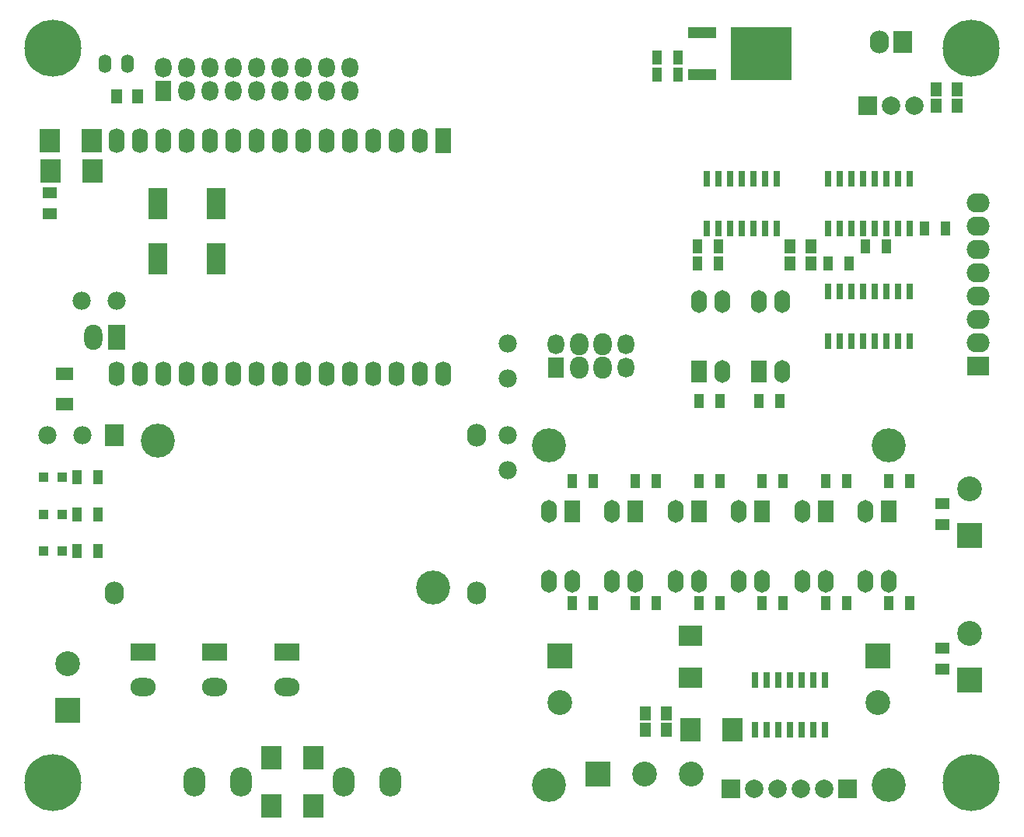
<source format=gbs>
G04*
G04 #@! TF.GenerationSoftware,Altium Limited,Altium Designer,18.0.7 (293)*
G04*
G04 Layer_Color=16711935*
%FSLAX25Y25*%
%MOIN*%
G70*
G01*
G75*
%ADD10R,0.07887X0.13792*%
%ADD11R,0.07300X0.05800*%
%ADD12R,0.08800X0.09855*%
%ADD13R,0.04737X0.06300*%
%ADD14R,0.06300X0.04737*%
%ADD15R,0.04331X0.05894*%
%ADD16R,0.09855X0.08800*%
%ADD17R,0.03162X0.06902*%
%ADD18R,0.04331X0.04331*%
%ADD19R,0.12020X0.04737*%
%ADD20R,0.26391X0.22650*%
%ADD21C,0.10642*%
%ADD22C,0.07887*%
%ADD23R,0.07887X0.07887*%
%ADD24R,0.10642X0.10642*%
%ADD25R,0.10642X0.10642*%
%ADD26C,0.14580*%
%ADD27O,0.05524X0.07887*%
%ADD28R,0.06800X0.09800*%
%ADD29O,0.06800X0.09800*%
%ADD30O,0.07099X0.08674*%
%ADD31R,0.07099X0.08674*%
%ADD32C,0.07800*%
%ADD33R,0.10800X0.07800*%
%ADD34O,0.10800X0.07800*%
%ADD35R,0.06942X0.10642*%
%ADD36O,0.06942X0.10642*%
%ADD37O,0.07800X0.10800*%
%ADD38R,0.07800X0.10800*%
%ADD39R,0.07139X0.08674*%
%ADD40O,0.07139X0.08674*%
%ADD41O,0.07887X0.09461*%
%ADD42O,0.09800X0.08300*%
%ADD43R,0.09800X0.08300*%
%ADD44R,0.08300X0.09800*%
%ADD45O,0.08300X0.09800*%
%ADD46O,0.09461X0.12611*%
%ADD47C,0.24422*%
D10*
X71284Y-26833D02*
D03*
X46087D02*
D03*
X71284Y-50455D02*
D03*
X46087D02*
D03*
D11*
X6262Y-100000D02*
D03*
Y-113000D02*
D03*
D12*
X18109Y-12795D02*
D03*
X109D02*
D03*
X274609Y-252478D02*
D03*
X292609D02*
D03*
X94906Y-285074D02*
D03*
X112906D02*
D03*
X94906Y-264674D02*
D03*
X112906D02*
D03*
X-0Y0D02*
D03*
X18000D02*
D03*
D13*
X379900Y14999D02*
D03*
X388900D02*
D03*
X379900Y22086D02*
D03*
X388900D02*
D03*
X37685Y19233D02*
D03*
X28685D02*
D03*
X255345Y-245392D02*
D03*
X264345D02*
D03*
Y-252478D02*
D03*
X255345D02*
D03*
X317271Y-45337D02*
D03*
X326271D02*
D03*
X317271Y-52423D02*
D03*
X326271D02*
D03*
D14*
X0Y-22333D02*
D03*
Y-31333D02*
D03*
X382660Y-226632D02*
D03*
Y-217632D02*
D03*
Y-164590D02*
D03*
Y-155590D02*
D03*
D15*
X342583Y-52423D02*
D03*
X333583D02*
D03*
X374909Y-37463D02*
D03*
X383909D02*
D03*
X349583Y-45337D02*
D03*
X358583D02*
D03*
X332426Y-146053D02*
D03*
X341426D02*
D03*
X305269D02*
D03*
X314269D02*
D03*
X278111D02*
D03*
X287111D02*
D03*
X250954D02*
D03*
X259954D02*
D03*
X359583D02*
D03*
X368583D02*
D03*
X223796D02*
D03*
X232796D02*
D03*
X332426Y-198100D02*
D03*
X341426D02*
D03*
X305269D02*
D03*
X314269D02*
D03*
X278111D02*
D03*
X287111D02*
D03*
X250954D02*
D03*
X259954D02*
D03*
X359583D02*
D03*
X368583D02*
D03*
X223796D02*
D03*
X232796D02*
D03*
X20491Y-175868D02*
D03*
X11491D02*
D03*
X20491Y-160120D02*
D03*
X11491D02*
D03*
X20491Y-144372D02*
D03*
X11491D02*
D03*
X269404Y28563D02*
D03*
X260404D02*
D03*
X260404Y35650D02*
D03*
X269404D02*
D03*
X277469Y-52423D02*
D03*
X286469D02*
D03*
X277469Y-45337D02*
D03*
X286469D02*
D03*
X312802Y-111519D02*
D03*
X303802D02*
D03*
X287211D02*
D03*
X278211D02*
D03*
D16*
X274609Y-230140D02*
D03*
Y-212140D02*
D03*
D17*
X302310Y-231219D02*
D03*
X307310D02*
D03*
X312310D02*
D03*
X317310D02*
D03*
X322310D02*
D03*
X327310D02*
D03*
X332310D02*
D03*
X302310Y-252478D02*
D03*
X307310D02*
D03*
X312310D02*
D03*
X317310D02*
D03*
X322310D02*
D03*
X327310D02*
D03*
X332310D02*
D03*
X333583Y-37463D02*
D03*
X338583D02*
D03*
X368583Y-16203D02*
D03*
Y-37463D02*
D03*
X363583D02*
D03*
X358583D02*
D03*
X353583D02*
D03*
X348583D02*
D03*
X343583D02*
D03*
X363583Y-16203D02*
D03*
X358583D02*
D03*
X353583D02*
D03*
X348583D02*
D03*
X343583D02*
D03*
X338583D02*
D03*
X333583D02*
D03*
X311469Y-37463D02*
D03*
X306469D02*
D03*
X301469D02*
D03*
X296469D02*
D03*
X291469D02*
D03*
X286469D02*
D03*
X281469D02*
D03*
X311469Y-16203D02*
D03*
X306469D02*
D03*
X301469D02*
D03*
X296469D02*
D03*
X291469D02*
D03*
X286469D02*
D03*
X281469D02*
D03*
X368583Y-64703D02*
D03*
X363583D02*
D03*
X333583Y-85963D02*
D03*
Y-64703D02*
D03*
X338583D02*
D03*
X343583D02*
D03*
X348583D02*
D03*
X353583D02*
D03*
X358583D02*
D03*
X338583Y-85963D02*
D03*
X343583D02*
D03*
X348583D02*
D03*
X353583D02*
D03*
X358583D02*
D03*
X363583D02*
D03*
X368583D02*
D03*
D18*
X5164Y-144372D02*
D03*
X-2710D02*
D03*
X5164Y-160120D02*
D03*
X-2710D02*
D03*
X5164Y-175868D02*
D03*
X-2710D02*
D03*
D19*
X279668Y28563D02*
D03*
Y46516D02*
D03*
D20*
X305062Y37540D02*
D03*
D21*
X274839Y-271643D02*
D03*
X354918Y-240816D02*
D03*
X218461D02*
D03*
X254839Y-271643D02*
D03*
X394269Y-211305D02*
D03*
Y-149263D02*
D03*
X7433Y-224140D02*
D03*
D22*
X301847Y-277864D02*
D03*
X311847D02*
D03*
X321847D02*
D03*
X331847D02*
D03*
X360620Y14999D02*
D03*
X370620D02*
D03*
D23*
X341848Y-277864D02*
D03*
X291847Y-277864D02*
D03*
X350621Y14999D02*
D03*
D24*
X354918Y-220816D02*
D03*
X218461D02*
D03*
X394269Y-231305D02*
D03*
Y-169263D02*
D03*
X7433Y-244140D02*
D03*
D25*
X234839Y-271643D02*
D03*
D26*
X213855Y-130580D02*
D03*
X359524D02*
D03*
Y-276250D02*
D03*
X213855D02*
D03*
X46289Y-128620D02*
D03*
X164289Y-191620D02*
D03*
D27*
X33298Y33091D02*
D03*
X23455D02*
D03*
D28*
X332426Y-158849D02*
D03*
X305269D02*
D03*
X278111D02*
D03*
X250954D02*
D03*
X359583D02*
D03*
X223796D02*
D03*
X303802Y-98723D02*
D03*
X278211D02*
D03*
D29*
X322426Y-158849D02*
D03*
Y-188848D02*
D03*
X332426D02*
D03*
X295269Y-158849D02*
D03*
Y-188848D02*
D03*
X305269D02*
D03*
X268111Y-158849D02*
D03*
Y-188848D02*
D03*
X278111D02*
D03*
X240954Y-158849D02*
D03*
Y-188848D02*
D03*
X250954D02*
D03*
X349584Y-158849D02*
D03*
Y-188848D02*
D03*
X359583D02*
D03*
X213796Y-158849D02*
D03*
Y-188848D02*
D03*
X223796D02*
D03*
X303802Y-68723D02*
D03*
X313802D02*
D03*
Y-98723D02*
D03*
X278211Y-68723D02*
D03*
X288211D02*
D03*
Y-98723D02*
D03*
D30*
X128685Y31477D02*
D03*
Y21477D02*
D03*
X118685Y31477D02*
D03*
Y21477D02*
D03*
X108685Y31477D02*
D03*
Y21477D02*
D03*
X98685Y31477D02*
D03*
Y21477D02*
D03*
X88685Y31477D02*
D03*
Y21477D02*
D03*
X78685Y31477D02*
D03*
Y21477D02*
D03*
X68685Y31477D02*
D03*
Y21477D02*
D03*
X58685Y31477D02*
D03*
Y21477D02*
D03*
X48685Y31477D02*
D03*
D31*
Y21477D02*
D03*
D32*
X196217Y-126368D02*
D03*
Y-141368D02*
D03*
X13761Y-126368D02*
D03*
X-1238D02*
D03*
X196217Y-102000D02*
D03*
Y-87000D02*
D03*
X28685Y-68504D02*
D03*
X13685D02*
D03*
D33*
X101468Y-219096D02*
D03*
X39891D02*
D03*
X70679D02*
D03*
D34*
X101468Y-234096D02*
D03*
X39891D02*
D03*
X70679D02*
D03*
D35*
X168685Y0D02*
D03*
D36*
X158685D02*
D03*
X148685D02*
D03*
X138685D02*
D03*
X128685D02*
D03*
X118685D02*
D03*
X108685D02*
D03*
X98685D02*
D03*
X88685D02*
D03*
X78685D02*
D03*
X68685D02*
D03*
X58685D02*
D03*
X48685D02*
D03*
X38685D02*
D03*
X28685D02*
D03*
X168685Y-100000D02*
D03*
X158685D02*
D03*
X148685D02*
D03*
X138685D02*
D03*
X128685D02*
D03*
X118685D02*
D03*
X108685D02*
D03*
X98685D02*
D03*
X88685D02*
D03*
X78685D02*
D03*
X68685D02*
D03*
X58685D02*
D03*
X48685D02*
D03*
X38685D02*
D03*
X28685D02*
D03*
D37*
X18685Y-84252D02*
D03*
D38*
X28685D02*
D03*
D39*
X217064Y-97188D02*
D03*
D40*
Y-87188D02*
D03*
X247064Y-97188D02*
D03*
Y-87188D02*
D03*
D41*
X227064Y-97188D02*
D03*
Y-87188D02*
D03*
X237064Y-97188D02*
D03*
Y-87188D02*
D03*
D42*
X397812Y-36500D02*
D03*
Y-56500D02*
D03*
Y-86500D02*
D03*
Y-76500D02*
D03*
Y-66500D02*
D03*
Y-46500D02*
D03*
Y-26500D02*
D03*
D43*
Y-96500D02*
D03*
D44*
X27541Y-126368D02*
D03*
X365620Y42558D02*
D03*
D45*
X27541Y-193872D02*
D03*
X183037D02*
D03*
Y-126368D02*
D03*
X355621Y42558D02*
D03*
D46*
X125969Y-274874D02*
D03*
X145969D02*
D03*
X81943D02*
D03*
X61943D02*
D03*
D47*
X1251Y39797D02*
D03*
X394951D02*
D03*
Y-275164D02*
D03*
X1251D02*
D03*
M02*

</source>
